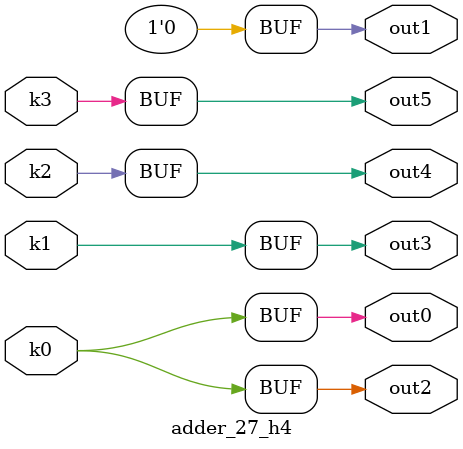
<source format=v>
module adder_27(pi00, pi01, pi02, pi03, pi04, pi05, pi06, pi07, pi08, pi09, po0, po1, po2, po3, po4, po5);
input pi00, pi01, pi02, pi03, pi04, pi05, pi06, pi07, pi08, pi09;
output po0, po1, po2, po3, po4, po5;
wire k0, k1, k2, k3;
adder_27_w4 DUT1 (pi00, pi01, pi02, pi03, pi04, pi05, pi06, pi07, pi08, pi09, k0, k1, k2, k3);
adder_27_h4 DUT2 (k0, k1, k2, k3, po0, po1, po2, po3, po4, po5);
endmodule

module adder_27_w4(in9, in8, in7, in6, in5, in4, in3, in2, in1, in0, k3, k2, k1, k0);
input in9, in8, in7, in6, in5, in4, in3, in2, in1, in0;
output k3, k2, k1, k0;
assign k0 =   ((~in6 ^ in2) & (((~in7 | ~in3) & (((~in8 | ~in4) & ((~in9 & (in1 | ~in5)) | (~in0 & ~in5))) | (~in8 & ~in4))) | (~in7 & ~in3))) | ((in6 ^ in2) & ((in7 & in3) | ((in7 | in3) & ((in8 & in4) | ((in8 | in4) & ((~in1 & in5) | (in9 & (in0 | in5))))))));
assign k1 =   ((~in7 ^ in3) & (((~in8 | ~in4) & ((~in9 & (in1 | ~in5)) | (~in0 & ~in5))) | (~in8 & ~in4))) | ((in7 ^ in3) & ((in8 & in4) | ((in8 | in4) & ((~in1 & in5) | (in9 & (in0 | in5))))));
assign k2 =   ((~in8 ^ in4) & ((~in9 & (in1 | ~in5)) | (~in0 & ~in5))) | ((in8 ^ in4) & ((~in1 & in5) | (in9 & (in0 | in5))));
assign k3 =   in9 ? (in5 ? in1 : in0) : (in5 ? ~in1 : ~in0);
endmodule

module adder_27_h4(k3, k2, k1, k0, out5, out4, out3, out2, out1, out0);
input k3, k2, k1, k0;
output out5, out4, out3, out2, out1, out0;
assign out0 = k0;
assign out1 = 0;
assign out2 = k0;
assign out3 = k1;
assign out4 = k2;
assign out5 = k3;
endmodule

</source>
